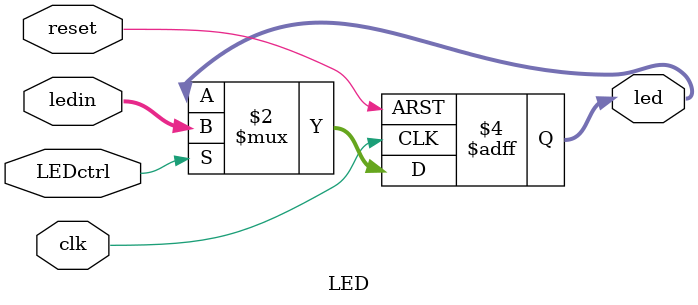
<source format=v>
`timescale  1ns / 1ps
module LED (clk,reset,LEDctrl,ledin,led);
input clk, reset, LEDctrl;
input [7: 0] ledin;
output reg [7: 0] led;

always @(posedge clk or posedge reset)
begin
    if (reset)
        led <= 8'h00;
    else
      if (LEDctrl) led <= ledin;
end
endmodule

</source>
